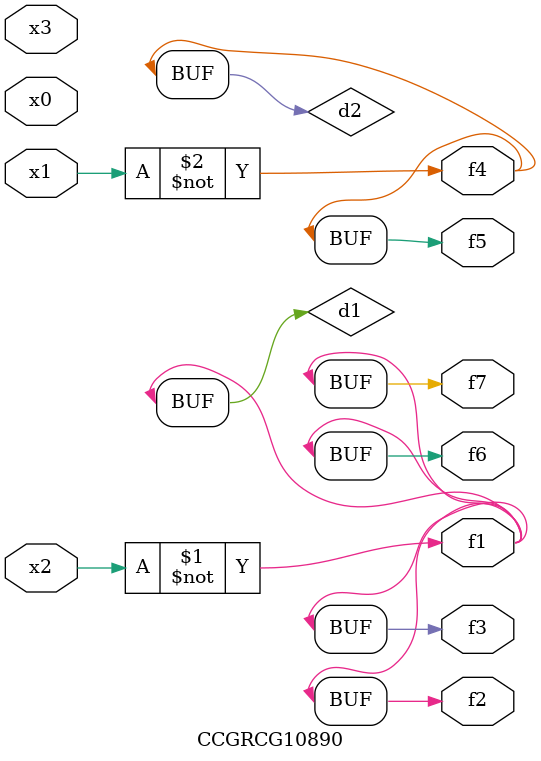
<source format=v>
module CCGRCG10890(
	input x0, x1, x2, x3,
	output f1, f2, f3, f4, f5, f6, f7
);

	wire d1, d2;

	xnor (d1, x2);
	not (d2, x1);
	assign f1 = d1;
	assign f2 = d1;
	assign f3 = d1;
	assign f4 = d2;
	assign f5 = d2;
	assign f6 = d1;
	assign f7 = d1;
endmodule

</source>
